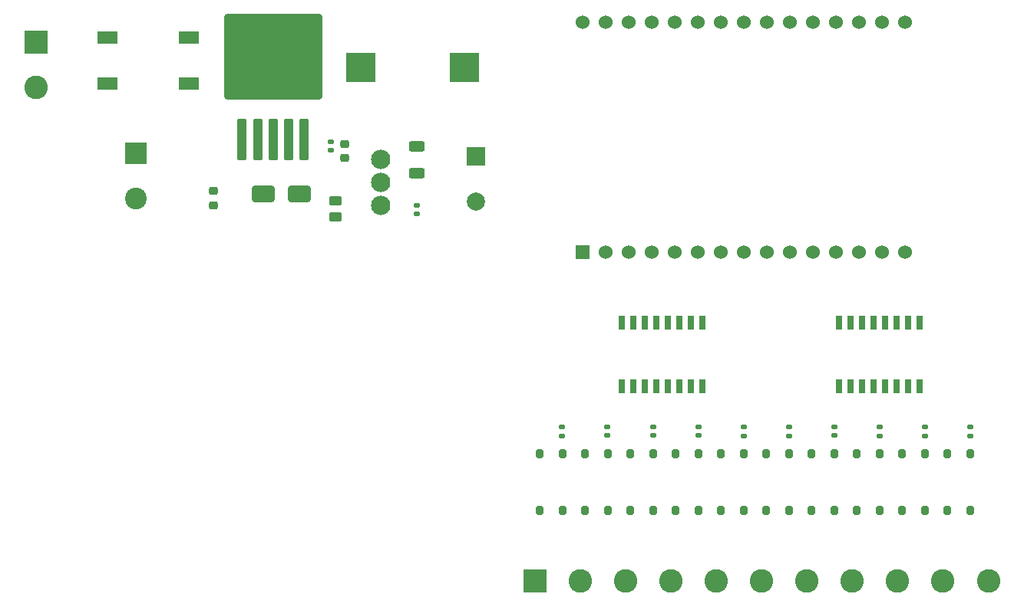
<source format=gbr>
%TF.GenerationSoftware,KiCad,Pcbnew,8.0.4-8.0.4-0~ubuntu22.04.1*%
%TF.CreationDate,2024-08-07T11:41:05-06:00*%
%TF.ProjectId,Sprinkler Controller,53707269-6e6b-46c6-9572-20436f6e7472,rev?*%
%TF.SameCoordinates,Original*%
%TF.FileFunction,Soldermask,Top*%
%TF.FilePolarity,Negative*%
%FSLAX46Y46*%
G04 Gerber Fmt 4.6, Leading zero omitted, Abs format (unit mm)*
G04 Created by KiCad (PCBNEW 8.0.4-8.0.4-0~ubuntu22.04.1) date 2024-08-07 11:41:05*
%MOMM*%
%LPD*%
G01*
G04 APERTURE LIST*
G04 Aperture macros list*
%AMRoundRect*
0 Rectangle with rounded corners*
0 $1 Rounding radius*
0 $2 $3 $4 $5 $6 $7 $8 $9 X,Y pos of 4 corners*
0 Add a 4 corners polygon primitive as box body*
4,1,4,$2,$3,$4,$5,$6,$7,$8,$9,$2,$3,0*
0 Add four circle primitives for the rounded corners*
1,1,$1+$1,$2,$3*
1,1,$1+$1,$4,$5*
1,1,$1+$1,$6,$7*
1,1,$1+$1,$8,$9*
0 Add four rect primitives between the rounded corners*
20,1,$1+$1,$2,$3,$4,$5,0*
20,1,$1+$1,$4,$5,$6,$7,0*
20,1,$1+$1,$6,$7,$8,$9,0*
20,1,$1+$1,$8,$9,$2,$3,0*%
G04 Aperture macros list end*
%ADD10C,2.133600*%
%ADD11RoundRect,0.250000X-0.625000X0.312500X-0.625000X-0.312500X0.625000X-0.312500X0.625000X0.312500X0*%
%ADD12RoundRect,0.250000X-0.450000X0.262500X-0.450000X-0.262500X0.450000X-0.262500X0.450000X0.262500X0*%
%ADD13RoundRect,0.147500X0.172500X-0.147500X0.172500X0.147500X-0.172500X0.147500X-0.172500X-0.147500X0*%
%ADD14RoundRect,0.225000X-0.250000X0.225000X-0.250000X-0.225000X0.250000X-0.225000X0.250000X0.225000X0*%
%ADD15RoundRect,0.140000X-0.170000X0.140000X-0.170000X-0.140000X0.170000X-0.140000X0.170000X0.140000X0*%
%ADD16RoundRect,0.225000X0.250000X-0.225000X0.250000X0.225000X-0.250000X0.225000X-0.250000X-0.225000X0*%
%ADD17R,2.000000X2.000000*%
%ADD18C,2.000000*%
%ADD19RoundRect,0.200000X-0.200000X0.300000X-0.200000X-0.300000X0.200000X-0.300000X0.200000X0.300000X0*%
%ADD20RoundRect,0.250000X0.300000X-2.050000X0.300000X2.050000X-0.300000X2.050000X-0.300000X-2.050000X0*%
%ADD21RoundRect,0.250002X5.149998X-4.449998X5.149998X4.449998X-5.149998X4.449998X-5.149998X-4.449998X0*%
%ADD22R,2.600000X2.600000*%
%ADD23C,2.600000*%
%ADD24R,2.400000X2.400000*%
%ADD25C,2.400000*%
%ADD26R,2.300000X1.350000*%
%ADD27R,3.175000X3.300000*%
%ADD28R,0.700000X1.505000*%
%ADD29RoundRect,0.250000X-1.000000X-0.650000X1.000000X-0.650000X1.000000X0.650000X-1.000000X0.650000X0*%
%ADD30C,1.524000*%
%ADD31R,1.524000X1.524000*%
G04 APERTURE END LIST*
D10*
%TO.C,RV1*%
X142000000Y-105040000D03*
X142000000Y-102500000D03*
X142000000Y-99960000D03*
%TD*%
D11*
%TO.C,R2*%
X146000000Y-98537500D03*
X146000000Y-101462500D03*
%TD*%
D12*
%TO.C,R1*%
X137000000Y-104500000D03*
X137000000Y-106325000D03*
%TD*%
D13*
%TO.C,D12*%
X207000000Y-130500000D03*
X207000000Y-129530000D03*
%TD*%
%TO.C,D11*%
X202000000Y-130500000D03*
X202000000Y-129530000D03*
%TD*%
%TO.C,D10*%
X197000000Y-130500000D03*
X197000000Y-129530000D03*
%TD*%
%TO.C,D9*%
X192000000Y-130470000D03*
X192000000Y-129500000D03*
%TD*%
%TO.C,D8*%
X187000000Y-130500000D03*
X187000000Y-129530000D03*
%TD*%
%TO.C,D7*%
X182000000Y-130485000D03*
X182000000Y-129515000D03*
%TD*%
%TO.C,D6*%
X177000000Y-130470000D03*
X177000000Y-129500000D03*
%TD*%
%TO.C,D5*%
X172000000Y-130470000D03*
X172000000Y-129500000D03*
%TD*%
%TO.C,D4*%
X167000000Y-130470000D03*
X167000000Y-129500000D03*
%TD*%
%TO.C,D3*%
X162000000Y-130485000D03*
X162000000Y-129515000D03*
%TD*%
%TO.C,D2*%
X146000000Y-106000000D03*
X146000000Y-105030000D03*
%TD*%
D14*
%TO.C,C5*%
X138000000Y-98225000D03*
X138000000Y-99775000D03*
%TD*%
D15*
%TO.C,C4*%
X136500000Y-98000000D03*
X136500000Y-98960000D03*
%TD*%
D16*
%TO.C,C3*%
X123500000Y-105000000D03*
X123500000Y-103450000D03*
%TD*%
D17*
%TO.C,C2*%
X152500000Y-99632300D03*
D18*
X152500000Y-104632300D03*
%TD*%
D19*
%TO.C,U2*%
X162040000Y-132500000D03*
X159500000Y-132500000D03*
X162040000Y-138750000D03*
X159500000Y-138750000D03*
%TD*%
%TO.C,U11*%
X207040000Y-132500000D03*
X204500000Y-132500000D03*
X207040000Y-138750000D03*
X204500000Y-138750000D03*
%TD*%
D20*
%TO.C,U12*%
X126700000Y-97775000D03*
X128400000Y-97775000D03*
X130100000Y-97775000D03*
D21*
X130100000Y-88625000D03*
D20*
X131800000Y-97775000D03*
X133500000Y-97775000D03*
%TD*%
D22*
%TO.C,J1*%
X103980000Y-87000000D03*
D23*
X103980000Y-92000000D03*
%TD*%
D22*
%TO.C,J2*%
X159000000Y-146500000D03*
D23*
X164000000Y-146500000D03*
X169000000Y-146500000D03*
X174000000Y-146500000D03*
X179000000Y-146500000D03*
X184000000Y-146500000D03*
X189000000Y-146500000D03*
X194000000Y-146500000D03*
X199000000Y-146500000D03*
X204000000Y-146500000D03*
X209000000Y-146500000D03*
%TD*%
D24*
%TO.C,C1*%
X115000000Y-99275000D03*
D25*
X115000000Y-104275000D03*
%TD*%
D19*
%TO.C,U10*%
X202040000Y-132500000D03*
X199500000Y-132500000D03*
X202040000Y-138750000D03*
X199500000Y-138750000D03*
%TD*%
D26*
%TO.C,BR1*%
X120850000Y-91550000D03*
X120850000Y-86450000D03*
X111800000Y-86450000D03*
X111800000Y-91550000D03*
%TD*%
D27*
%TO.C,L1*%
X139785000Y-89775000D03*
X151215000Y-89775000D03*
%TD*%
D28*
%TO.C,RN1*%
X177445000Y-117952000D03*
X176175000Y-117952000D03*
X174905000Y-117952000D03*
X173635000Y-117952000D03*
X172365000Y-117952000D03*
X171095000Y-117952000D03*
X169825000Y-117952000D03*
X168555000Y-117952000D03*
X168555000Y-125048000D03*
X169825000Y-125048000D03*
X171095000Y-125048000D03*
X172365000Y-125048000D03*
X173635000Y-125048000D03*
X174905000Y-125048000D03*
X176175000Y-125048000D03*
X177445000Y-125048000D03*
%TD*%
D19*
%TO.C,U7*%
X187040000Y-132500000D03*
X184500000Y-132500000D03*
X187040000Y-138750000D03*
X184500000Y-138750000D03*
%TD*%
%TO.C,U4*%
X172040000Y-132500000D03*
X169500000Y-132500000D03*
X172040000Y-138750000D03*
X169500000Y-138750000D03*
%TD*%
%TO.C,U9*%
X197040000Y-132500000D03*
X194500000Y-132500000D03*
X197040000Y-138750000D03*
X194500000Y-138750000D03*
%TD*%
%TO.C,U6*%
X182040000Y-132500000D03*
X179500000Y-132500000D03*
X182040000Y-138750000D03*
X179500000Y-138750000D03*
%TD*%
%TO.C,U5*%
X177040000Y-132500000D03*
X174500000Y-132500000D03*
X177040000Y-138750000D03*
X174500000Y-138750000D03*
%TD*%
%TO.C,U8*%
X192040000Y-132500000D03*
X189500000Y-132500000D03*
X192040000Y-138750000D03*
X189500000Y-138750000D03*
%TD*%
D29*
%TO.C,D1*%
X129000000Y-103775000D03*
X133000000Y-103775000D03*
%TD*%
D19*
%TO.C,U3*%
X167040000Y-132500000D03*
X164500000Y-132500000D03*
X167040000Y-138750000D03*
X164500000Y-138750000D03*
%TD*%
D28*
%TO.C,RN2*%
X201445000Y-117952000D03*
X200175000Y-117952000D03*
X198905000Y-117952000D03*
X197635000Y-117952000D03*
X196365000Y-117952000D03*
X195095000Y-117952000D03*
X193825000Y-117952000D03*
X192555000Y-117952000D03*
X192555000Y-125048000D03*
X193825000Y-125048000D03*
X195095000Y-125048000D03*
X196365000Y-125048000D03*
X197635000Y-125048000D03*
X198905000Y-125048000D03*
X200175000Y-125048000D03*
X201445000Y-125048000D03*
%TD*%
D30*
%TO.C,U1*%
X164290000Y-84800000D03*
X166830000Y-84800000D03*
X169370000Y-84800000D03*
X171910000Y-84800000D03*
X174450000Y-84800000D03*
X176990000Y-84800000D03*
X179530000Y-84800000D03*
X182070000Y-84800000D03*
X184610000Y-84800000D03*
X187150000Y-84800000D03*
X189690000Y-84800000D03*
X192230000Y-84800000D03*
X194770000Y-84800000D03*
X197310000Y-84800000D03*
X199850000Y-84800000D03*
X199850000Y-110200000D03*
X197310000Y-110200000D03*
X194770000Y-110200000D03*
X192230000Y-110200000D03*
X189690000Y-110200000D03*
X187150000Y-110200000D03*
X184610000Y-110200000D03*
X182070000Y-110200000D03*
X179530000Y-110200000D03*
X176990000Y-110200000D03*
X174450000Y-110200000D03*
X171910000Y-110200000D03*
X169370000Y-110200000D03*
X166830000Y-110200000D03*
D31*
X164290000Y-110200000D03*
%TD*%
M02*

</source>
